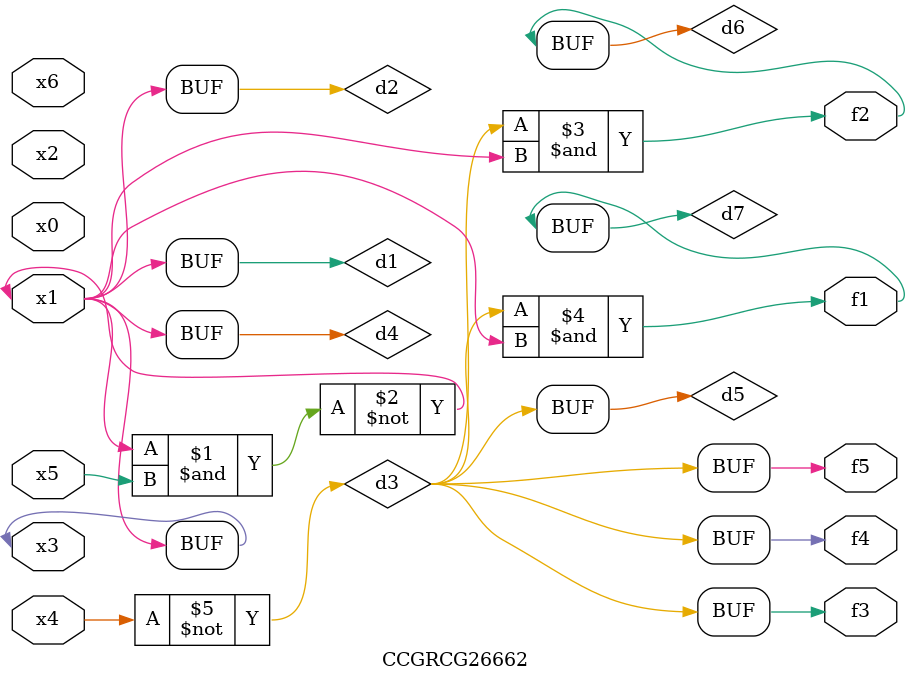
<source format=v>
module CCGRCG26662(
	input x0, x1, x2, x3, x4, x5, x6,
	output f1, f2, f3, f4, f5
);

	wire d1, d2, d3, d4, d5, d6, d7;

	buf (d1, x1, x3);
	nand (d2, x1, x5);
	not (d3, x4);
	buf (d4, d1, d2);
	buf (d5, d3);
	and (d6, d3, d4);
	and (d7, d3, d4);
	assign f1 = d7;
	assign f2 = d6;
	assign f3 = d5;
	assign f4 = d5;
	assign f5 = d5;
endmodule

</source>
